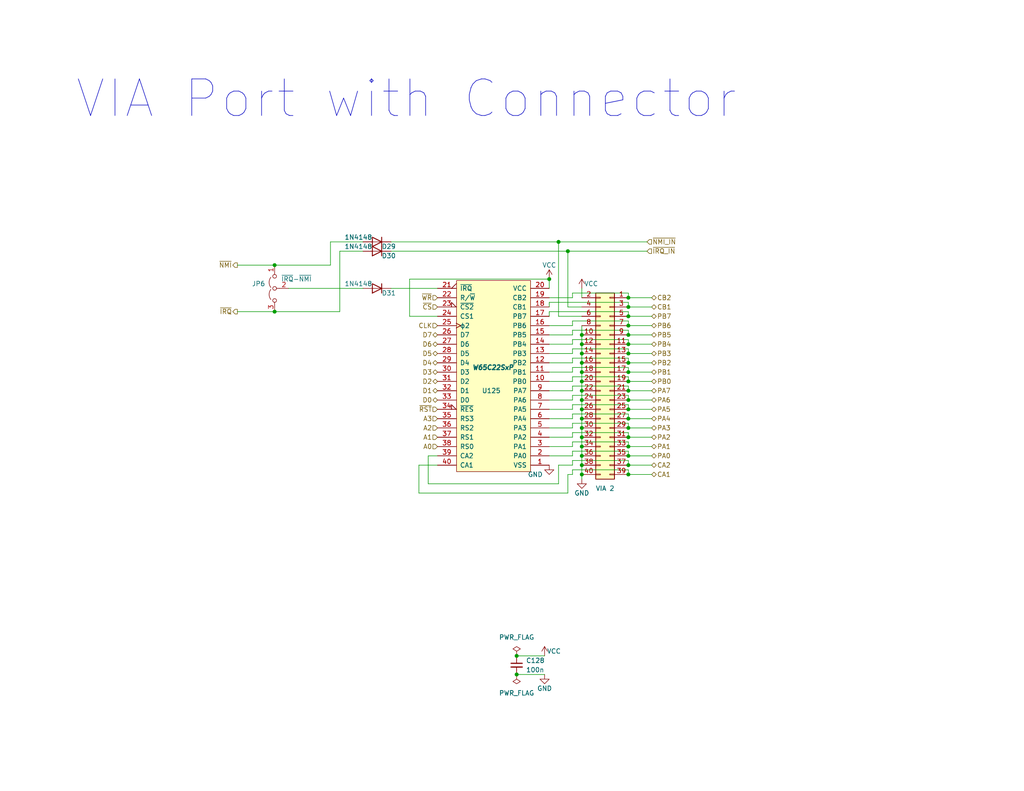
<source format=kicad_sch>
(kicad_sch (version 20230121) (generator eeschema)
  (paper "A")
  (lib_symbols
    (symbol "Connector_Generic:Conn_02x20_Odd_Even" (pin_names (offset 1.016) hide)
      (property "Reference" "J" (at 1.27 25.4 0))
      (property "Value" "Conn_02x20_Odd_Even" (at 1.27 -27.94 0))
      (symbol "Conn_02x20_Odd_Even_1_1"
        (rectangle (start -1.27 -25.273) (end 0 -25.527) (stroke (width 0.1524)))
        (rectangle (start -1.27 -22.733) (end 0 -22.987) (stroke (width 0.1524)))
        (rectangle (start -1.27 -20.193) (end 0 -20.447) (stroke (width 0.1524)))
        (rectangle (start -1.27 -17.653) (end 0 -17.907) (stroke (width 0.1524)))
        (rectangle (start -1.27 -15.113) (end 0 -15.367) (stroke (width 0.1524)))
        (rectangle (start -1.27 -12.573) (end 0 -12.827) (stroke (width 0.1524)))
        (rectangle (start -1.27 -10.033) (end 0 -10.287) (stroke (width 0.1524)))
        (rectangle (start -1.27 -7.493) (end 0 -7.747) (stroke (width 0.1524)))
        (rectangle (start -1.27 -4.953) (end 0 -5.207) (stroke (width 0.1524)))
        (rectangle (start -1.27 -2.413) (end 0 -2.667) (stroke (width 0.1524)))
        (rectangle (start -1.27 0.127) (end 0 -0.127) (stroke (width 0.1524)))
        (rectangle (start -1.27 2.667) (end 0 2.413) (stroke (width 0.1524)))
        (rectangle (start -1.27 5.207) (end 0 4.953) (stroke (width 0.1524)))
        (rectangle (start -1.27 7.747) (end 0 7.493) (stroke (width 0.1524)))
        (rectangle (start -1.27 10.287) (end 0 10.033) (stroke (width 0.1524)))
        (rectangle (start -1.27 12.827) (end 0 12.573) (stroke (width 0.1524)))
        (rectangle (start -1.27 15.367) (end 0 15.113) (stroke (width 0.1524)))
        (rectangle (start -1.27 17.907) (end 0 17.653) (stroke (width 0.1524)))
        (rectangle (start -1.27 20.447) (end 0 20.193) (stroke (width 0.1524)))
        (rectangle (start -1.27 22.987) (end 0 22.733) (stroke (width 0.1524)))
        (rectangle (start -1.27 24.13) (end 3.81 -26.67) (stroke (width 0.254)) (fill (type background)))
        (rectangle (start 3.81 -25.273) (end 2.54 -25.527) (stroke (width 0.1524)))
        (rectangle (start 3.81 -22.733) (end 2.54 -22.987) (stroke (width 0.1524)))
        (rectangle (start 3.81 -20.193) (end 2.54 -20.447) (stroke (width 0.1524)))
        (rectangle (start 3.81 -17.653) (end 2.54 -17.907) (stroke (width 0.1524)))
        (rectangle (start 3.81 -15.113) (end 2.54 -15.367) (stroke (width 0.1524)))
        (rectangle (start 3.81 -12.573) (end 2.54 -12.827) (stroke (width 0.1524)))
        (rectangle (start 3.81 -10.033) (end 2.54 -10.287) (stroke (width 0.1524)))
        (rectangle (start 3.81 -7.493) (end 2.54 -7.747) (stroke (width 0.1524)))
        (rectangle (start 3.81 -4.953) (end 2.54 -5.207) (stroke (width 0.1524)))
        (rectangle (start 3.81 -2.413) (end 2.54 -2.667) (stroke (width 0.1524)))
        (rectangle (start 3.81 0.127) (end 2.54 -0.127) (stroke (width 0.1524)))
        (rectangle (start 3.81 2.667) (end 2.54 2.413) (stroke (width 0.1524)))
        (rectangle (start 3.81 5.207) (end 2.54 4.953) (stroke (width 0.1524)))
        (rectangle (start 3.81 7.747) (end 2.54 7.493) (stroke (width 0.1524)))
        (rectangle (start 3.81 10.287) (end 2.54 10.033) (stroke (width 0.1524)))
        (rectangle (start 3.81 12.827) (end 2.54 12.573) (stroke (width 0.1524)))
        (rectangle (start 3.81 15.367) (end 2.54 15.113) (stroke (width 0.1524)))
        (rectangle (start 3.81 17.907) (end 2.54 17.653) (stroke (width 0.1524)))
        (rectangle (start 3.81 20.447) (end 2.54 20.193) (stroke (width 0.1524)))
        (rectangle (start 3.81 22.987) (end 2.54 22.733) (stroke (width 0.1524)))
        (pin passive line (at -5.08 22.86 0) (length 3.81) (name "Pin_1") (number "1"))
        (pin passive line (at 7.62 12.7 180) (length 3.81) (name "Pin_10") (number "10"))
        (pin passive line (at -5.08 10.16 0) (length 3.81) (name "Pin_11") (number "11"))
        (pin passive line (at 7.62 10.16 180) (length 3.81) (name "Pin_12") (number "12"))
        (pin passive line (at -5.08 7.62 0) (length 3.81) (name "Pin_13") (number "13"))
        (pin passive line (at 7.62 7.62 180) (length 3.81) (name "Pin_14") (number "14"))
        (pin passive line (at -5.08 5.08 0) (length 3.81) (name "Pin_15") (number "15"))
        (pin passive line (at 7.62 5.08 180) (length 3.81) (name "Pin_16") (number "16"))
        (pin passive line (at -5.08 2.54 0) (length 3.81) (name "Pin_17") (number "17"))
        (pin passive line (at 7.62 2.54 180) (length 3.81) (name "Pin_18") (number "18"))
        (pin passive line (at -5.08 0 0) (length 3.81) (name "Pin_19") (number "19"))
        (pin passive line (at 7.62 22.86 180) (length 3.81) (name "Pin_2") (number "2"))
        (pin passive line (at 7.62 0 180) (length 3.81) (name "Pin_20") (number "20"))
        (pin passive line (at -5.08 -2.54 0) (length 3.81) (name "Pin_21") (number "21"))
        (pin passive line (at 7.62 -2.54 180) (length 3.81) (name "Pin_22") (number "22"))
        (pin passive line (at -5.08 -5.08 0) (length 3.81) (name "Pin_23") (number "23"))
        (pin passive line (at 7.62 -5.08 180) (length 3.81) (name "Pin_24") (number "24"))
        (pin passive line (at -5.08 -7.62 0) (length 3.81) (name "Pin_25") (number "25"))
        (pin passive line (at 7.62 -7.62 180) (length 3.81) (name "Pin_26") (number "26"))
        (pin passive line (at -5.08 -10.16 0) (length 3.81) (name "Pin_27") (number "27"))
        (pin passive line (at 7.62 -10.16 180) (length 3.81) (name "Pin_28") (number "28"))
        (pin passive line (at -5.08 -12.7 0) (length 3.81) (name "Pin_29") (number "29"))
        (pin passive line (at -5.08 20.32 0) (length 3.81) (name "Pin_3") (number "3"))
        (pin passive line (at 7.62 -12.7 180) (length 3.81) (name "Pin_30") (number "30"))
        (pin passive line (at -5.08 -15.24 0) (length 3.81) (name "Pin_31") (number "31"))
        (pin passive line (at 7.62 -15.24 180) (length 3.81) (name "Pin_32") (number "32"))
        (pin passive line (at -5.08 -17.78 0) (length 3.81) (name "Pin_33") (number "33"))
        (pin passive line (at 7.62 -17.78 180) (length 3.81) (name "Pin_34") (number "34"))
        (pin passive line (at -5.08 -20.32 0) (length 3.81) (name "Pin_35") (number "35"))
        (pin passive line (at 7.62 -20.32 180) (length 3.81) (name "Pin_36") (number "36"))
        (pin passive line (at -5.08 -22.86 0) (length 3.81) (name "Pin_37") (number "37"))
        (pin passive line (at 7.62 -22.86 180) (length 3.81) (name "Pin_38") (number "38"))
        (pin passive line (at -5.08 -25.4 0) (length 3.81) (name "Pin_39") (number "39"))
        (pin passive line (at 7.62 20.32 180) (length 3.81) (name "Pin_4") (number "4"))
        (pin passive line (at 7.62 -25.4 180) (length 3.81) (name "Pin_40") (number "40"))
        (pin passive line (at -5.08 17.78 0) (length 3.81) (name "Pin_5") (number "5"))
        (pin passive line (at 7.62 17.78 180) (length 3.81) (name "Pin_6") (number "6"))
        (pin passive line (at -5.08 15.24 0) (length 3.81) (name "Pin_7") (number "7"))
        (pin passive line (at 7.62 15.24 180) (length 3.81) (name "Pin_8") (number "8"))
        (pin passive line (at -5.08 12.7 0) (length 3.81) (name "Pin_9") (number "9"))
      )
    )
    (symbol "Device:C_Small" (pin_numbers hide) (pin_names (offset 0.254) hide)
      (property "Reference" "C" (at 0.254 1.778 0))
      (property "Value" "C_Small" (at 0.254 -2.032 0))
      (symbol "C_Small_0_1"
        (polyline (pts (xy -1.524 -0.508) (xy 1.524 -0.508)) (stroke (width 0.3302)))
        (polyline (pts (xy -1.524 0.508) (xy 1.524 0.508)) (stroke (width 0.3048)))
      )
      (symbol "C_Small_1_1"
        (pin passive line (at 0 2.54 270) (length 2.032) (name "~") (number "1"))
        (pin passive line (at 0 -2.54 90) (length 2.032) (name "~") (number "2"))
      )
    )
    (symbol "Diode:1N4148" (pin_numbers hide) (pin_names hide)
      (property "Reference" "D" (at 0 2.54 0))
      (property "Value" "1N4148" (at 0 -2.54 0))
      (symbol "1N4148_0_1"
        (polyline (pts (xy -1.27 1.27) (xy -1.27 -1.27)) (stroke (width 0.254)))
        (polyline (pts (xy 1.27 0) (xy -1.27 0)))
        (polyline (pts (xy 1.27 1.27) (xy 1.27 -1.27) (xy -1.27 0) (xy 1.27 1.27)) (stroke (width 0.254)))
      )
      (symbol "1N4148_1_1"
        (pin passive line (at -3.81 0 0) (length 2.54) (name "K") (number "1"))
        (pin passive line (at 3.81 0 180) (length 2.54) (name "A") (number "2"))
      )
    )
    (symbol "GND_2" (power) (pin_names (offset 0))
      (property "Value" "GND_2" (at 0 -3.81 0))
      (symbol "GND_2_0_1"
        (polyline (pts (xy 0 0) (xy 0 -1.27) (xy 1.27 -1.27) (xy 0 -2.54) (xy -1.27 -1.27) (xy 0 -1.27)))
      )
      (symbol "GND_2_1_1"
        (pin power_in line (at 0 0 270) (length 0) hide (name "GND") (number "1"))
      )
    )
    (symbol "Jumper:Jumper_3_Open" (pin_names (offset 0) hide)
      (property "Reference" "JP" (at -2.54 -2.54 0))
      (property "Value" "Jumper_3_Open" (at 0 2.794 0))
      (symbol "Jumper_3_Open_0_0"
        (circle (center -3.302 0) (radius 0.508))
        (circle (center 0 0) (radius 0.508))
        (circle (center 3.302 0) (radius 0.508))
      )
      (symbol "Jumper_3_Open_0_1"
        (arc (start -0.254 1.016) (mid -1.651 1.4992) (end -3.048 1.016))
        (polyline (pts (xy 0 -0.508) (xy 0 -1.27)))
        (arc (start 3.048 1.016) (mid 1.651 1.4992) (end 0.254 1.016))
      )
      (symbol "Jumper_3_Open_1_1"
        (pin passive line (at -6.35 0 0) (length 2.54) (name "A") (number "1"))
        (pin passive line (at 0 -3.81 90) (length 2.54) (name "C") (number "2"))
        (pin passive line (at 6.35 0 180) (length 2.54) (name "B") (number "3"))
      )
    )
    (symbol "Vega816:W65C22SxP" (pin_names (offset 1.016))
      (property "Reference" "U?" (at -2.0194 5.08 0))
      (property "Value" "W65C22SxP" (at 0 -1.27 0))
      (symbol "W65C22SxP_0_1"
        (rectangle (start -10.16 27.178) (end 10.033 -25.019) (fill (type background)))
      )
      (symbol "W65C22SxP_1_1"
        (pin power_in line (at -15.24 25.4 0) (length 5.08) (name "VSS") (number "1"))
        (pin bidirectional line (at -15.24 2.54 0) (length 5.08) (name "PB0") (number "10"))
        (pin bidirectional line (at -15.24 0 0) (length 5.08) (name "PB1") (number "11"))
        (pin bidirectional line (at -15.24 -2.54 0) (length 5.08) (name "PB2") (number "12"))
        (pin bidirectional line (at -15.24 -5.08 0) (length 5.08) (name "PB3") (number "13"))
        (pin bidirectional line (at -15.24 -7.62 0) (length 5.08) (name "PB4") (number "14"))
        (pin bidirectional line (at -15.24 -10.16 0) (length 5.08) (name "PB5") (number "15"))
        (pin bidirectional line (at -15.24 -12.7 0) (length 5.08) (name "PB6") (number "16"))
        (pin bidirectional line (at -15.24 -15.24 0) (length 5.08) (name "PB7") (number "17"))
        (pin input line (at -15.24 -17.78 0) (length 5.08) (name "CB1") (number "18"))
        (pin bidirectional line (at -15.24 -20.32 0) (length 5.08) (name "CB2") (number "19"))
        (pin bidirectional line (at -15.24 22.86 0) (length 5.08) (name "PA0") (number "2"))
        (pin power_in line (at -15.24 -22.86 0) (length 5.08) (name "VCC") (number "20"))
        (pin output output_low (at 15.24 -22.86 180) (length 5.08) (name "~{IRQ}") (number "21"))
        (pin input line (at 15.24 -20.32 180) (length 5.08) (name "R/~{W}") (number "22"))
        (pin input input_low (at 15.24 -17.78 180) (length 5.08) (name "~{CS2}") (number "23"))
        (pin input line (at 15.24 -15.24 180) (length 5.08) (name "CS1") (number "24"))
        (pin input clock (at 15.24 -12.7 180) (length 5.08) (name "ϕ2") (number "25"))
        (pin bidirectional line (at 15.24 -10.16 180) (length 5.08) (name "D7") (number "26"))
        (pin bidirectional line (at 15.24 -7.62 180) (length 5.08) (name "D6") (number "27"))
        (pin bidirectional line (at 15.24 -5.08 180) (length 5.08) (name "D5") (number "28"))
        (pin bidirectional line (at 15.24 -2.54 180) (length 5.08) (name "D4") (number "29"))
        (pin bidirectional line (at -15.24 20.32 0) (length 5.08) (name "PA1") (number "3"))
        (pin bidirectional line (at 15.24 0 180) (length 5.08) (name "D3") (number "30"))
        (pin bidirectional line (at 15.24 2.54 180) (length 5.08) (name "D2") (number "31"))
        (pin bidirectional line (at 15.24 5.08 180) (length 5.08) (name "D1") (number "32"))
        (pin bidirectional line (at 15.24 7.62 180) (length 5.08) (name "D0") (number "33"))
        (pin input input_low (at 15.24 10.16 180) (length 5.08) (name "~{RES}") (number "34"))
        (pin input line (at 15.24 12.7 180) (length 5.08) (name "RS3") (number "35"))
        (pin input line (at 15.24 15.24 180) (length 5.08) (name "RS2") (number "36"))
        (pin input line (at 15.24 17.78 180) (length 5.08) (name "RS1") (number "37"))
        (pin input line (at 15.24 20.32 180) (length 5.08) (name "RS0") (number "38"))
        (pin bidirectional line (at 15.24 22.86 180) (length 5.08) (name "CA2") (number "39"))
        (pin bidirectional line (at -15.24 17.78 0) (length 5.08) (name "PA2") (number "4"))
        (pin input line (at 15.24 25.4 180) (length 5.08) (name "CA1") (number "40"))
        (pin bidirectional line (at -15.24 15.24 0) (length 5.08) (name "PA3") (number "5"))
        (pin bidirectional line (at -15.24 12.7 0) (length 5.08) (name "PA4") (number "6"))
        (pin bidirectional line (at -15.24 10.16 0) (length 5.08) (name "PA5") (number "7"))
        (pin bidirectional line (at -15.24 7.62 0) (length 5.08) (name "PA6") (number "8"))
        (pin bidirectional line (at -15.24 5.08 0) (length 5.08) (name "PA7") (number "9"))
      )
    )
    (symbol "power:PWR_FLAG" (power) (pin_numbers hide) (pin_names (offset 0) hide)
      (property "Value" "PWR_FLAG" (at 0 3.81 0))
      (symbol "PWR_FLAG_0_0"
        (pin power_out line (at 0 0 90) (length 0) (name "pwr") (number "1"))
      )
      (symbol "PWR_FLAG_0_1"
        (polyline (pts (xy 0 0) (xy 0 1.27) (xy -1.016 1.905) (xy 0 2.54) (xy 1.016 1.905) (xy 0 1.27)))
      )
    )
    (symbol "power:VCC" (power) (pin_names (offset 0))
      (property "Value" "VCC" (at 0 3.81 0))
      (symbol "VCC_0_1"
        (polyline (pts (xy -0.762 1.27) (xy 0 2.54)))
        (polyline (pts (xy 0 0) (xy 0 2.54)))
        (polyline (pts (xy 0 2.54) (xy 0.762 1.27)))
      )
      (symbol "VCC_1_1"
        (pin power_in line (at 0 0 90) (length 0) hide (name "VCC") (number "1"))
      )
    )
  )
  (junction (at 171.45 124.46))
  (junction (at 171.45 116.84))
  (junction (at 158.75 99.06))
  (junction (at 74.93 72.39))
  (junction (at 171.45 88.9))
  (junction (at 171.45 91.44))
  (junction (at 158.75 93.98))
  (junction (at 158.75 114.3))
  (junction (at 158.75 124.46))
  (junction (at 74.93 85.09))
  (junction (at 154.94 68.58))
  (junction (at 158.75 109.22))
  (junction (at 158.75 104.14))
  (junction (at 171.45 129.54))
  (junction (at 140.97 179.07))
  (junction (at 171.45 109.22))
  (junction (at 158.75 96.52))
  (junction (at 171.45 93.98))
  (junction (at 171.45 127))
  (junction (at 140.97 184.15))
  (junction (at 152.4 66.04))
  (junction (at 171.45 96.52))
  (junction (at 158.75 106.68))
  (junction (at 171.45 106.68))
  (junction (at 171.45 104.14))
  (junction (at 171.45 83.82))
  (junction (at 158.75 111.76))
  (junction (at 158.75 116.84))
  (junction (at 171.45 81.28))
  (junction (at 149.86 76.2))
  (junction (at 171.45 114.3))
  (junction (at 158.75 119.38))
  (junction (at 158.75 121.92))
  (junction (at 158.75 101.6))
  (junction (at 171.45 111.76))
  (junction (at 158.75 127))
  (junction (at 171.45 99.06))
  (junction (at 158.75 129.54))
  (junction (at 171.45 119.38))
  (junction (at 171.45 101.6))
  (junction (at 171.45 121.92))
  (junction (at 171.45 86.36))
  (junction (at 158.75 91.44))
  (wire (pts (xy 171.45 109.22) (xy 177.8 109.22)))
  (wire (pts (xy 156.21 116.84) (xy 156.21 115.57)))
  (wire (pts (xy 156.21 92.71) (xy 171.45 92.71)))
  (wire (pts (xy 171.45 81.28) (xy 177.8 81.28)))
  (wire (pts (xy 111.76 86.36) (xy 111.76 76.2)))
  (wire (pts (xy 158.75 104.14) (xy 158.75 106.68)))
  (wire (pts (xy 92.71 68.58) (xy 99.06 68.58)))
  (wire (pts (xy 74.93 85.09) (xy 92.71 85.09)))
  (wire (pts (xy 158.75 86.36) (xy 152.4 86.36)))
  (wire (pts (xy 158.75 83.82) (xy 154.94 83.82)))
  (wire (pts (xy 154.94 68.58) (xy 154.94 83.82)))
  (wire (pts (xy 156.21 96.52) (xy 156.21 95.25)))
  (wire (pts (xy 152.4 127) (xy 156.21 127)))
  (wire (pts (xy 171.45 101.6) (xy 177.8 101.6)))
  (wire (pts (xy 171.45 110.49) (xy 171.45 111.76)))
  (wire (pts (xy 156.21 111.76) (xy 149.86 111.76)))
  (wire (pts (xy 158.75 129.54) (xy 158.75 130.81)))
  (wire (pts (xy 171.45 92.71) (xy 171.45 93.98)))
  (wire (pts (xy 154.94 129.54) (xy 156.21 129.54)))
  (wire (pts (xy 171.45 111.76) (xy 177.8 111.76)))
  (wire (pts (xy 156.21 120.65) (xy 171.45 120.65)))
  (wire (pts (xy 156.21 106.68) (xy 149.86 106.68)))
  (wire (pts (xy 171.45 88.9) (xy 177.8 88.9)))
  (wire (pts (xy 156.21 91.44) (xy 156.21 90.17)))
  (wire (pts (xy 156.21 101.6) (xy 149.86 101.6)))
  (wire (pts (xy 158.75 88.9) (xy 158.75 91.44)))
  (wire (pts (xy 156.21 114.3) (xy 156.21 113.03)))
  (wire (pts (xy 149.86 86.36) (xy 149.86 85.09)))
  (wire (pts (xy 156.21 95.25) (xy 171.45 95.25)))
  (wire (pts (xy 171.45 100.33) (xy 171.45 101.6)))
  (wire (pts (xy 149.86 83.82) (xy 149.86 82.55)))
  (wire (pts (xy 158.75 96.52) (xy 158.75 99.06)))
  (wire (pts (xy 171.45 80.01) (xy 171.45 81.28)))
  (wire (pts (xy 154.94 129.54) (xy 154.94 134.62)))
  (wire (pts (xy 156.21 97.79) (xy 171.45 97.79)))
  (wire (pts (xy 111.76 86.36) (xy 119.38 86.36)))
  (wire (pts (xy 156.21 101.6) (xy 156.21 100.33)))
  (wire (pts (xy 171.45 82.55) (xy 171.45 83.82)))
  (wire (pts (xy 171.45 95.25) (xy 171.45 96.52)))
  (wire (pts (xy 158.75 99.06) (xy 158.75 101.6)))
  (wire (pts (xy 156.21 114.3) (xy 149.86 114.3)))
  (wire (pts (xy 171.45 85.09) (xy 171.45 86.36)))
  (wire (pts (xy 119.3799 106.6668) (xy 119.38 106.68)))
  (wire (pts (xy 158.75 124.46) (xy 158.75 127)))
  (wire (pts (xy 106.68 66.04) (xy 152.4 66.04)))
  (wire (pts (xy 158.75 93.98) (xy 158.75 96.52)))
  (wire (pts (xy 152.4 132.08) (xy 152.4 127)))
  (wire (pts (xy 171.45 128.27) (xy 171.45 129.54)))
  (wire (pts (xy 114.3 134.62) (xy 154.94 134.62)))
  (wire (pts (xy 156.21 91.44) (xy 149.86 91.44)))
  (wire (pts (xy 171.45 107.95) (xy 171.45 109.22)))
  (wire (pts (xy 171.45 125.73) (xy 171.45 127)))
  (wire (pts (xy 92.71 85.09) (xy 92.71 68.58)))
  (wire (pts (xy 171.45 105.41) (xy 171.45 106.68)))
  (wire (pts (xy 171.45 114.3) (xy 177.8 114.3)))
  (wire (pts (xy 171.45 121.92) (xy 177.8 121.92)))
  (wire (pts (xy 171.45 127) (xy 177.8 127)))
  (wire (pts (xy 64.77 85.09) (xy 74.93 85.09)))
  (wire (pts (xy 114.3 127) (xy 119.38 127)))
  (wire (pts (xy 171.45 87.63) (xy 171.45 88.9)))
  (wire (pts (xy 158.75 91.44) (xy 158.75 93.98)))
  (wire (pts (xy 106.68 68.58) (xy 154.94 68.58)))
  (wire (pts (xy 171.45 96.52) (xy 177.8 96.52)))
  (wire (pts (xy 171.45 115.57) (xy 171.45 116.84)))
  (wire (pts (xy 171.45 123.19) (xy 171.45 124.46)))
  (wire (pts (xy 156.21 127) (xy 156.21 125.73)))
  (wire (pts (xy 171.45 116.84) (xy 177.8 116.84)))
  (wire (pts (xy 140.97 179.07) (xy 148.59 179.07)))
  (wire (pts (xy 156.21 80.01) (xy 171.45 80.01)))
  (wire (pts (xy 171.45 90.17) (xy 171.45 91.44)))
  (wire (pts (xy 90.17 66.04) (xy 99.06 66.04)))
  (wire (pts (xy 149.86 85.09) (xy 171.45 85.09)))
  (wire (pts (xy 116.84 124.46) (xy 119.38 124.46)))
  (wire (pts (xy 156.21 121.92) (xy 156.21 120.65)))
  (wire (pts (xy 116.84 124.46) (xy 116.84 132.08)))
  (wire (pts (xy 116.84 132.08) (xy 152.4 132.08)))
  (wire (pts (xy 149.86 82.55) (xy 171.45 82.55)))
  (wire (pts (xy 156.21 129.54) (xy 156.21 128.27)))
  (wire (pts (xy 156.21 116.84) (xy 149.86 116.84)))
  (wire (pts (xy 156.21 104.14) (xy 149.86 104.14)))
  (wire (pts (xy 171.45 104.14) (xy 177.8 104.14)))
  (wire (pts (xy 156.21 81.28) (xy 156.21 80.01)))
  (wire (pts (xy 152.4 66.04) (xy 176.53 66.04)))
  (wire (pts (xy 90.17 72.39) (xy 90.17 66.04)))
  (wire (pts (xy 156.21 119.38) (xy 149.86 119.38)))
  (wire (pts (xy 158.75 121.92) (xy 158.75 124.46)))
  (wire (pts (xy 171.45 124.46) (xy 177.8 124.46)))
  (wire (pts (xy 156.21 119.38) (xy 156.21 118.11)))
  (wire (pts (xy 156.21 123.19) (xy 171.45 123.19)))
  (wire (pts (xy 156.21 81.28) (xy 149.86 81.28)))
  (wire (pts (xy 156.21 100.33) (xy 171.45 100.33)))
  (wire (pts (xy 152.4 66.04) (xy 152.4 86.36)))
  (wire (pts (xy 74.93 72.39) (xy 90.17 72.39)))
  (wire (pts (xy 156.21 121.92) (xy 149.86 121.92)))
  (wire (pts (xy 171.45 119.38) (xy 177.8 119.38)))
  (wire (pts (xy 171.45 113.03) (xy 171.45 114.3)))
  (wire (pts (xy 156.21 93.98) (xy 149.86 93.98)))
  (wire (pts (xy 158.75 116.84) (xy 158.75 119.38)))
  (wire (pts (xy 156.21 88.9) (xy 149.86 88.9)))
  (wire (pts (xy 154.94 68.58) (xy 176.53 68.58)))
  (wire (pts (xy 158.75 78.74) (xy 158.75 81.28)))
  (wire (pts (xy 156.21 124.46) (xy 156.21 123.19)))
  (wire (pts (xy 158.75 109.22) (xy 158.75 111.76)))
  (wire (pts (xy 158.75 111.76) (xy 158.75 114.3)))
  (wire (pts (xy 158.75 127) (xy 158.75 129.54)))
  (wire (pts (xy 156.21 105.41) (xy 171.45 105.41)))
  (wire (pts (xy 156.21 104.14) (xy 156.21 102.87)))
  (wire (pts (xy 171.45 97.79) (xy 171.45 99.06)))
  (wire (pts (xy 156.21 128.27) (xy 171.45 128.27)))
  (wire (pts (xy 156.21 109.22) (xy 156.21 107.95)))
  (wire (pts (xy 171.45 83.82) (xy 177.8 83.82)))
  (wire (pts (xy 156.21 115.57) (xy 171.45 115.57)))
  (wire (pts (xy 171.45 102.87) (xy 171.45 104.14)))
  (wire (pts (xy 149.86 76.2) (xy 149.86 78.74)))
  (wire (pts (xy 156.21 106.68) (xy 156.21 105.41)))
  (wire (pts (xy 156.21 113.03) (xy 171.45 113.03)))
  (wire (pts (xy 158.75 106.68) (xy 158.75 109.22)))
  (wire (pts (xy 156.21 99.06) (xy 149.86 99.06)))
  (wire (pts (xy 106.68 78.74) (xy 119.38 78.74)))
  (wire (pts (xy 156.21 90.17) (xy 171.45 90.17)))
  (wire (pts (xy 158.75 114.3) (xy 158.75 116.84)))
  (wire (pts (xy 156.21 109.22) (xy 149.86 109.22)))
  (wire (pts (xy 171.45 106.68) (xy 177.8 106.68)))
  (wire (pts (xy 171.45 129.54) (xy 177.8 129.54)))
  (wire (pts (xy 158.75 119.38) (xy 158.75 121.92)))
  (wire (pts (xy 156.21 87.63) (xy 171.45 87.63)))
  (wire (pts (xy 156.21 111.76) (xy 156.21 110.49)))
  (wire (pts (xy 171.45 118.11) (xy 171.45 119.38)))
  (wire (pts (xy 171.45 86.36) (xy 177.8 86.36)))
  (wire (pts (xy 114.3 134.62) (xy 114.3 127)))
  (wire (pts (xy 171.45 93.98) (xy 177.8 93.98)))
  (wire (pts (xy 140.97 184.15) (xy 148.59 184.15)))
  (wire (pts (xy 64.77 72.39) (xy 74.93 72.39)))
  (wire (pts (xy 156.21 118.11) (xy 171.45 118.11)))
  (wire (pts (xy 158.75 101.6) (xy 158.75 104.14)))
  (wire (pts (xy 171.45 99.06) (xy 177.8 99.06)))
  (wire (pts (xy 171.45 120.65) (xy 171.45 121.92)))
  (wire (pts (xy 156.21 102.87) (xy 171.45 102.87)))
  (wire (pts (xy 78.74 78.74) (xy 99.06 78.74)))
  (wire (pts (xy 156.21 124.46) (xy 149.86 124.46)))
  (wire (pts (xy 111.76 76.2) (xy 149.86 76.2)))
  (wire (pts (xy 156.21 99.06) (xy 156.21 97.79)))
  (wire (pts (xy 156.21 125.73) (xy 171.45 125.73)))
  (wire (pts (xy 171.45 91.44) (xy 177.8 91.44)))
  (wire (pts (xy 156.21 96.52) (xy 149.86 96.52)))
  (wire (pts (xy 156.21 110.49) (xy 171.45 110.49)))
  (wire (pts (xy 156.21 88.9) (xy 156.21 87.63)))
  (wire (pts (xy 156.21 93.98) (xy 156.21 92.71)))
  (wire (pts (xy 156.21 107.95) (xy 171.45 107.95)))
  (text "VIA Port with Connector" (at 20.32 33.02 0) (effects (font (size 10 10)) (justify left bottom)))
  (hierarchical_label "PB1" (shape tri_state) (at 177.8 101.6 0))
  (hierarchical_label "D7" (shape tri_state) (at 119.38 91.44 180))
  (hierarchical_label "CB1" (shape tri_state) (at 177.8 83.82 0))
  (hierarchical_label "A2" (shape input) (at 119.38 116.84 180))
  (hierarchical_label "PA3" (shape tri_state) (at 177.8 116.84 0))
  (hierarchical_label "~{NMI_IN}" (shape input) (at 176.53 66.04 0))
  (hierarchical_label "PB5" (shape tri_state) (at 177.8 91.44 0))
  (hierarchical_label "D6" (shape tri_state) (at 119.38 93.98 180))
  (hierarchical_label "PA5" (shape tri_state) (at 177.8 111.76 0))
  (hierarchical_label "A0" (shape input) (at 119.38 121.92 180))
  (hierarchical_label "D1" (shape tri_state) (at 119.3799 106.6668 180))
  (hierarchical_label "~{NMI}" (shape output) (at 64.77 72.39 180))
  (hierarchical_label "PA6" (shape tri_state) (at 177.8 109.22 0))
  (hierarchical_label "PA0" (shape tri_state) (at 177.8 124.46 0))
  (hierarchical_label "PB2" (shape tri_state) (at 177.8 99.06 0))
  (hierarchical_label "D4" (shape tri_state) (at 119.38 99.06 180))
  (hierarchical_label "A1" (shape input) (at 119.38 119.38 180))
  (hierarchical_label "D2" (shape tri_state) (at 119.38 104.14 180))
  (hierarchical_label "CLK" (shape input) (at 119.38 88.9 180))
  (hierarchical_label "PB3" (shape tri_state) (at 177.8 96.52 0))
  (hierarchical_label "PB4" (shape tri_state) (at 177.8 93.98 0))
  (hierarchical_label "CA2" (shape tri_state) (at 177.8 127 0))
  (hierarchical_label "~{IRQ}" (shape output) (at 64.77 85.09 180))
  (hierarchical_label "~{RST}" (shape input) (at 119.38 111.76 180))
  (hierarchical_label "PB7" (shape tri_state) (at 177.8 86.36 0))
  (hierarchical_label "PA2" (shape tri_state) (at 177.8 119.38 0))
  (hierarchical_label "CA1" (shape tri_state) (at 177.8 129.54 0))
  (hierarchical_label "PA1" (shape tri_state) (at 177.8 121.92 0))
  (hierarchical_label "PA7" (shape tri_state) (at 177.8 106.68 0))
  (hierarchical_label "PB6" (shape tri_state) (at 177.8 88.9 0))
  (hierarchical_label "PB0" (shape tri_state) (at 177.8 104.14 0))
  (hierarchical_label "A3" (shape input) (at 119.38 114.3 180))
  (hierarchical_label "PA4" (shape tri_state) (at 177.8 114.3 0))
  (hierarchical_label "~{WR}" (shape input) (at 119.38 81.28 180))
  (hierarchical_label "D5" (shape tri_state) (at 119.38 96.52 180))
  (hierarchical_label "D0" (shape tri_state) (at 119.38 109.22 180))
  (hierarchical_label "CB2" (shape tri_state) (at 177.8 81.28 0))
  (hierarchical_label "~{CS}" (shape input) (at 119.38 83.82 180))
  (hierarchical_label "~{IRQ_IN}" (shape input) (at 176.53 68.58 0))
  (hierarchical_label "D3" (shape tri_state) (at 119.38 101.6 180))
  (symbol (lib_id "Diode:1N4148") (at 102.87 78.74 180) (unit 1)
    (property "Reference" "D31" (at 104.14 80.01 0) (effects (justify right)))
    (property "Value" "1N4148" (at 93.98 77.47 0) (effects (justify right)))
    (property "Footprint" "Diode_THT:D_DO-35_SOD27_P7.62mm_Horizontal" (effects hide))
    (property "Datasheet" "https://assets.nexperia.com/documents/data-sheet/1N4148_1N4448.pdf" (effects hide))
    (property "Sim.Device" "D" (effects hide))
    (property "Sim.Pins" "1=K 2=A" (effects hide))
    (instances (project "Vega816" (path "" (reference "D31") (unit 1)) (path "" (reference "D8") (unit 1)) (path "" (reference "D6") (unit 1)) (path "" (reference "D5") (unit 1)) (path "" (reference "D8") (unit 1)) (path "" (reference "D5") (unit 1)) (path "" (reference "D13") (unit 1)) (path "" (reference "D18") (unit 1)) (path "" (reference "D9") (unit 1)) (path "" (reference "D23") (unit 1)) (path "" (reference "D26") (unit 1)) (path "" (reference "D35") (unit 1)) (path "" (reference "D34") (unit 1)) (path "" (reference "D22") (unit 1))) (project "IOBus" (path "" (reference "D5") (unit 1))) (project "System Devices" (path "" (reference "D4") (unit 1))))
  )
  (symbol (lib_id "Diode:1N4148") (at 102.87 66.04 180) (unit 1)
    (property "Reference" "D29" (at 104.14 67.31 0) (effects (justify right)))
    (property "Value" "1N4148" (at 93.98 64.77 0) (effects (justify right)))
    (property "Footprint" "Diode_THT:D_DO-35_SOD27_P7.62mm_Horizontal" (effects hide))
    (property "Datasheet" "https://assets.nexperia.com/documents/data-sheet/1N4148_1N4448.pdf" (effects hide))
    (property "Sim.Device" "D" (effects hide))
    (property "Sim.Pins" "1=K 2=A" (effects hide))
    (instances (project "Vega816" (path "" (reference "D29") (unit 1)) (path "" (reference "D20") (unit 1)) (path "" (reference "D6") (unit 1)) (path "" (reference "D17") (unit 1)) (path "" (reference "D20") (unit 1)) (path "" (reference "D5") (unit 1)) (path "" (reference "D10") (unit 1)) (path "" (reference "D15") (unit 1)) (path "" (reference "D6") (unit 1)) (path "" (reference "D3") (unit 1)) (path "" (reference "D24") (unit 1)) (path "" (reference "D27") (unit 1)) (path "" (reference "D32") (unit 1)) (path "" (reference "D19") (unit 1))) (project "IOBus" (path "" (reference "D5") (unit 1))) (project "System Devices" (path "" (reference "D4") (unit 1))))
  )
  (symbol (lib_id "power:VCC") (at 149.86 76.2 0) (unit 1)
    (property "Reference" "#PWR0320" (effects hide))
    (property "Value" "VCC" (at 149.86 72.39 0))
    (instances (project "Vega816" (path "" (reference "#PWR0320") (unit 1)) (path "" (reference "#PWR0119") (unit 1)) (path "" (reference "#PWR0326") (unit 1)) (path "" (reference "#PWR0117") (unit 1)) (path "" (reference "#PWR0131") (unit 1)) (path "" (reference "#PWR0268") (unit 1)) (path "" (reference "#PWR0204") (unit 1)) (path "" (reference "#PWR0210") (unit 1)) (path "" (reference "#PWR0119") (unit 1)) (path "" (reference "#PWR0119") (unit 1)) (path "" (reference "#PWR?") (unit 1)) (path "" (reference "#PWR0308") (unit 1)) (path "" (reference "#PWR0314") (unit 1))) (project "IOBus" (path "" (reference "#PWR040") (unit 1)) (path "" (reference "#PWR034") (unit 1)) (path "" (reference "#PWR028") (unit 1))) (project "VIAPort" (path "" (reference "#PWR0119") (unit 1))) (project "System Devices" (path "" (reference "#PWR010") (unit 1)) (path "" (reference "#PWR020") (unit 1)) (path "" (reference "#PWR026") (unit 1)) (path "" (reference "#PWR014") (unit 1)) (path "" (reference "#PWR09") (unit 1))))
  )
  (symbol (lib_name "GND_2") (lib_id "power:GND") (at 158.75 130.81 0) (unit 1)
    (property "Reference" "#PWR0323" (effects hide))
    (property "Value" "GND" (at 158.75 134.62 0))
    (instances (project "Vega816" (path "" (reference "#PWR0323") (unit 1)) (path "" (reference "#PWR0150") (unit 1)) (path "" (reference "#PWR0329") (unit 1)) (path "" (reference "#PWR0126") (unit 1)) (path "" (reference "#PWR0121") (unit 1)) (path "" (reference "#PWR0271") (unit 1)) (path "" (reference "#PWR0207") (unit 1)) (path "" (reference "#PWR0213") (unit 1)) (path "" (reference "#PWR0121") (unit 1)) (path "" (reference "#PWR0121") (unit 1)) (path "" (reference "#PWR?") (unit 1)) (path "" (reference "#PWR0311") (unit 1)) (path "" (reference "#PWR0317") (unit 1))) (project "IOBus" (path "" (reference "#PWR043") (unit 1)) (path "" (reference "#PWR037") (unit 1)) (path "" (reference "#PWR031") (unit 1))) (project "VIAPort" (path "" (reference "#PWR0121") (unit 1))) (project "System Devices" (path "" (reference "#PWR013") (unit 1)) (path "" (reference "#PWR023") (unit 1)) (path "" (reference "#PWR029") (unit 1)) (path "" (reference "#PWR017") (unit 1)) (path "" (reference "#PWR012") (unit 1))))
  )
  (symbol (lib_name "GND_2") (lib_id "power:GND") (at 148.59 184.15 0) (unit 1)
    (property "Reference" "#PWR0319" (effects hide))
    (property "Value" "GND" (at 148.59 187.96 0))
    (instances (project "Vega816" (path "" (reference "#PWR0319") (unit 1)) (path "" (reference "#PWR0112") (unit 1)) (path "" (reference "#PWR0325") (unit 1)) (path "" (reference "#PWR0209") (unit 1)) (path "" (reference "#PWR?") (unit 1)) (path "" (reference "#PWR0128") (unit 1)) (path "" (reference "#PWR0116") (unit 1)) (path "" (reference "#PWR0121") (unit 1)) (path "" (reference "#PWR0115") (unit 1)) (path "" (reference "#PWR0267") (unit 1)) (path "" (reference "#PWR0202") (unit 1)) (path "" (reference "#PWR0307") (unit 1)) (path "" (reference "#PWR0313") (unit 1))) (project "IOBus" (path "" (reference "#PWR043") (unit 1)) (path "" (reference "#PWR037") (unit 1)) (path "" (reference "#PWR031") (unit 1))) (project "VIAPort" (path "" (reference "#PWR0121") (unit 1))) (project "System Devices" (path "" (reference "#PWR013") (unit 1)) (path "" (reference "#PWR023") (unit 1)) (path "" (reference "#PWR029") (unit 1)) (path "" (reference "#PWR017") (unit 1)) (path "" (reference "#PWR012") (unit 1))))
  )
  (symbol (lib_id "Device:C_Small") (at 140.97 181.61 0) (unit 1)
    (property "Reference" "C128" (at 143.51 180.3462 0) (effects (justify left)))
    (property "Value" "100n" (at 143.51 182.8862 0) (effects (justify left)))
    (instances (project "Vega816" (path "" (reference "C128") (unit 1)) (path "" (reference "C127") (unit 1)) (path "" (reference "C129") (unit 1)) (path "" (reference "C72") (unit 1)) (path "" (reference "C34") (unit 1)) (path "" (reference "C59") (unit 1)) (path "" (reference "C40") (unit 1)) (path "" (reference "C60") (unit 1)) (path "" (reference "C34") (unit 1)) (path "" (reference "C58") (unit 1)) (path "" (reference "C34") (unit 1)) (path "" (reference "C34") (unit 1)) (path "" (reference "C126") (unit 1)) (path "" (reference "C61") (unit 1))) (project "IOBus" (path "" (reference "C3") (unit 1)) (path "" (reference "C4") (unit 1)) (path "" (reference "C5") (unit 1))) (project "System Devices" (path "" (reference "C1") (unit 1)) (path "" (reference "C2") (unit 1)) (path "" (reference "C3") (unit 1)) (path "" (reference "C4") (unit 1)) (path "" (reference "C5") (unit 1))))
  )
  (symbol (lib_id "power:PWR_FLAG") (at 140.97 184.15 180) (unit 1)
    (property "Reference" "#FLG038" (effects hide))
    (property "Value" "PWR_FLAG" (at 140.97 189.23 0))
    (instances (project "Vega816" (path "" (reference "#FLG038") (unit 1)) (path "" (reference "#FLG024") (unit 1)) (path "" (reference "#FLG040") (unit 1)) (path "" (reference "#FLG08") (unit 1)) (path "" (reference "#FLG02") (unit 1)) (path "" (reference "#FLG010") (unit 1)) (path "" (reference "#FLG02") (unit 1)) (path "" (reference "#FLG02") (unit 1)) (path "" (reference "#FLG04") (unit 1)) (path "" (reference "#FLG012") (unit 1)) (path "" (reference "#FLG034") (unit 1)) (path "" (reference "#FLG036") (unit 1))) (project "IOBus" (path "" (reference "#FLG06") (unit 1)) (path "" (reference "#FLG08") (unit 1)) (path "" (reference "#FLG010") (unit 1))) (project "System Devices" (path "" (reference "#FLG04") (unit 1)) (path "" (reference "#FLG06") (unit 1)) (path "" (reference "#FLG08") (unit 1)) (path "" (reference "#FLG010") (unit 1)) (path "" (reference "#FLG02") (unit 1))))
  )
  (symbol (lib_id "Diode:1N4148") (at 102.87 68.58 180) (unit 1)
    (property "Reference" "D30" (at 104.14 69.85 0) (effects (justify right)))
    (property "Value" "1N4148" (at 93.98 67.31 0) (effects (justify right)))
    (property "Footprint" "Diode_THT:D_DO-35_SOD27_P7.62mm_Horizontal" (effects hide))
    (property "Datasheet" "https://assets.nexperia.com/documents/data-sheet/1N4148_1N4448.pdf" (effects hide))
    (property "Sim.Device" "D" (effects hide))
    (property "Sim.Pins" "1=K 2=A" (effects hide))
    (instances (project "Vega816" (path "" (reference "D30") (unit 1)) (path "" (reference "D14") (unit 1)) (path "" (reference "D6") (unit 1)) (path "" (reference "D11") (unit 1)) (path "" (reference "D14") (unit 1)) (path "" (reference "D5") (unit 1)) (path "" (reference "D12") (unit 1)) (path "" (reference "D16") (unit 1)) (path "" (reference "D7") (unit 1)) (path "" (reference "D4") (unit 1)) (path "" (reference "D25") (unit 1)) (path "" (reference "D28") (unit 1)) (path "" (reference "D33") (unit 1)) (path "" (reference "D21") (unit 1))) (project "IOBus" (path "" (reference "D5") (unit 1))) (project "System Devices" (path "" (reference "D4") (unit 1))))
  )
  (symbol (lib_id "Jumper:Jumper_3_Open") (at 74.93 78.74 90) (mirror x) (unit 1)
    (property "Reference" "JP6" (at 72.39 77.4699 90) (effects (justify left)))
    (property "Value" "~{IRQ}-~{NMI}" (at 85.09 76.1999 90) (effects (justify left)))
    (instances (project "Vega816" (path "" (reference "JP6") (unit 1)) (path "" (reference "JP7") (unit 1)) (path "" (reference "JP4") (unit 1)) (path "" (reference "JP7") (unit 1)) (path "" (reference "JP5") (unit 1)) (path "" (reference "JP3") (unit 1)) (path "" (reference "JP8") (unit 1)) (path "" (reference "JP9") (unit 1)) (path "" (reference "JP10") (unit 1)) (path "" (reference "JP11") (unit 1)) (path "" (reference "JP14") (unit 1)) (path "" (reference "JP13") (unit 1)) (path "" (reference "JP12") (unit 1))) (project "IOBus" (path "" (reference "JP1") (unit 1))) (project "irq_multiplex" (path "" (reference "JP3") (unit 1))))
  )
  (symbol (lib_id "Vega816:W65C22SxP") (at 134.62 101.6 180) (unit 1)
    (property "Reference" "U125" (at 136.6394 106.68 0) (effects (justify left)))
    (property "Value" "W65C22SxP" (at 134.62 100.33 0) (effects (font bold italic)))
    (property "Footprint" "Package_DIP:DIP-40_W15.24mm_Socket" (effects hide))
    (property "Datasheet" "http://www.westerndesigncenter.com/wdc/documentation/w65c22.pdf" (effects hide))
    (instances (project "Vega816" (path "" (reference "U125") (unit 1)) (path "" (reference "U76") (unit 1)) (path "" (reference "U126") (unit 1)) (path "" (reference "U76") (unit 1)) (path "" (reference "U76") (unit 1)) (path "" (reference "U94") (unit 1)) (path "" (reference "U81") (unit 1)) (path "" (reference "U79") (unit 1)) (path "" (reference "U77") (unit 1)) (path "" (reference "U75") (unit 1)) (path "" (reference "U76") (unit 1)) (path "" (reference "U123") (unit 1)) (path "" (reference "U124") (unit 1))) (project "IOBus" (path "" (reference "U7") (unit 1)) (path "" (reference "U6") (unit 1)) (path "" (reference "U8") (unit 1))) (project "VIAPort" (path "" (reference "U76") (unit 1))) (project "System Devices" (path "" (reference "U5") (unit 1)) (path "" (reference "U4") (unit 1)) (path "" (reference "U1") (unit 1)) (path "" (reference "U3") (unit 1)) (path "" (reference "U5") (unit 1))))
  )
  (symbol (lib_name "GND_2") (lib_id "power:GND") (at 149.86 127 0) (unit 1)
    (property "Reference" "#PWR0321" (effects hide))
    (property "Value" "GND" (at 146.05 129.54 0))
    (instances (project "Vega816" (path "" (reference "#PWR0321") (unit 1)) (path "" (reference "#PWR0120") (unit 1)) (path "" (reference "#PWR0327") (unit 1)) (path "" (reference "#PWR0118") (unit 1)) (path "" (reference "#PWR0134") (unit 1)) (path "" (reference "#PWR0269") (unit 1)) (path "" (reference "#PWR0205") (unit 1)) (path "" (reference "#PWR0211") (unit 1)) (path "" (reference "#PWR0120") (unit 1)) (path "" (reference "#PWR0120") (unit 1)) (path "" (reference "#PWR?") (unit 1)) (path "" (reference "#PWR0309") (unit 1)) (path "" (reference "#PWR0315") (unit 1))) (project "IOBus" (path "" (reference "#PWR041") (unit 1)) (path "" (reference "#PWR035") (unit 1)) (path "" (reference "#PWR029") (unit 1))) (project "VIAPort" (path "" (reference "#PWR0120") (unit 1))) (project "System Devices" (path "" (reference "#PWR011") (unit 1)) (path "" (reference "#PWR021") (unit 1)) (path "" (reference "#PWR027") (unit 1)) (path "" (reference "#PWR015") (unit 1)) (path "" (reference "#PWR010") (unit 1))))
  )
  (symbol (lib_id "power:VCC") (at 148.59 179.07 0) (unit 1)
    (property "Reference" "#PWR0318" (effects hide))
    (property "Value" "VCC" (at 151.13 177.8 0))
    (instances (project "Vega816" (path "" (reference "#PWR0318") (unit 1)) (path "" (reference "#PWR0208") (unit 1)) (path "" (reference "#PWR0324") (unit 1)) (path "" (reference "#PWR0171") (unit 1)) (path "" (reference "#PWR?") (unit 1)) (path "" (reference "#PWR0127") (unit 1)) (path "" (reference "#PWR0148") (unit 1)) (path "" (reference "#PWR0113") (unit 1)) (path "" (reference "#PWR0122") (unit 1)) (path "" (reference "#PWR0266") (unit 1)) (path "" (reference "#PWR0166") (unit 1)) (path "" (reference "#PWR0306") (unit 1)) (path "" (reference "#PWR0312") (unit 1))) (project "IOBus" (path "" (reference "#PWR042") (unit 1)) (path "" (reference "#PWR036") (unit 1)) (path "" (reference "#PWR030") (unit 1))) (project "VIAPort" (path "" (reference "#PWR0122") (unit 1))) (project "System Devices" (path "" (reference "#PWR012") (unit 1)) (path "" (reference "#PWR022") (unit 1)) (path "" (reference "#PWR028") (unit 1)) (path "" (reference "#PWR016") (unit 1)) (path "" (reference "#PWR011") (unit 1))))
  )
  (symbol (lib_id "Connector_Generic:Conn_02x20_Odd_Even") (at 166.37 104.14 0) (mirror y) (unit 1)
    (property "Reference" "J60" (effects hide))
    (property "Value" "VIA 2" (at 165.1 133.35 0))
    (instances (project "Vega816" (path "" (reference "J60") (unit 1)) (path "" (reference "J21") (unit 1)) (path "" (reference "J61") (unit 1)) (path "" (reference "J?") (unit 1)) (path "" (reference "J25") (unit 1)) (path "" (reference "J22") (unit 1)) (path "" (reference "J?") (unit 1)) (path "" (reference "J26") (unit 1)) (path "" (reference "J35") (unit 1)) (path "" (reference "J?") (unit 1)) (path "" (reference "J24") (unit 1)) (path "" (reference "J?") (unit 1)) (path "" (reference "J58") (unit 1)) (path "" (reference "J59") (unit 1))) (project "IOBus" (path "" (reference "J14") (unit 1)) (path "" (reference "J16") (unit 1)) (path "" (reference "J15") (unit 1))) (project "VIAPort" (path "" (reference "J?") (unit 1))) (project "System Devices" (path "" (reference "J5") (unit 1)) (path "" (reference "J8") (unit 1)) (path "" (reference "J1") (unit 1)) (path "" (reference "J5") (unit 1)) (path "" (reference "J7") (unit 1))))
  )
  (symbol (lib_id "power:PWR_FLAG") (at 140.97 179.07 0) (unit 1)
    (property "Reference" "#FLG037" (effects hide))
    (property "Value" "PWR_FLAG" (at 140.97 173.99 0))
    (instances (project "Vega816" (path "" (reference "#FLG037") (unit 1)) (path "" (reference "#FLG023") (unit 1)) (path "" (reference "#FLG039") (unit 1)) (path "" (reference "#FLG07") (unit 1)) (path "" (reference "#FLG01") (unit 1)) (path "" (reference "#FLG09") (unit 1)) (path "" (reference "#FLG01") (unit 1)) (path "" (reference "#FLG01") (unit 1)) (path "" (reference "#FLG03") (unit 1)) (path "" (reference "#FLG011") (unit 1)) (path "" (reference "#FLG033") (unit 1)) (path "" (reference "#FLG035") (unit 1))) (project "IOBus" (path "" (reference "#FLG05") (unit 1)) (path "" (reference "#FLG07") (unit 1)) (path "" (reference "#FLG09") (unit 1))) (project "System Devices" (path "" (reference "#FLG03") (unit 1)) (path "" (reference "#FLG05") (unit 1)) (path "" (reference "#FLG07") (unit 1)) (path "" (reference "#FLG09") (unit 1)) (path "" (reference "#FLG01") (unit 1))))
  )
  (symbol (lib_id "power:VCC") (at 158.75 78.74 0) (unit 1)
    (property "Reference" "#PWR0322" (effects hide))
    (property "Value" "VCC" (at 161.29 77.47 0))
    (instances (project "Vega816" (path "" (reference "#PWR0322") (unit 1)) (path "" (reference "#PWR0122") (unit 1)) (path "" (reference "#PWR0328") (unit 1)) (path "" (reference "#PWR0149") (unit 1)) (path "" (reference "#PWR0122") (unit 1)) (path "" (reference "#PWR0270") (unit 1)) (path "" (reference "#PWR0206") (unit 1)) (path "" (reference "#PWR0212") (unit 1)) (path "" (reference "#PWR?") (unit 1)) (path "" (reference "#PWR0125") (unit 1)) (path "" (reference "#PWR0122") (unit 1)) (path "" (reference "#PWR0310") (unit 1)) (path "" (reference "#PWR0316") (unit 1))) (project "IOBus" (path "" (reference "#PWR042") (unit 1)) (path "" (reference "#PWR036") (unit 1)) (path "" (reference "#PWR030") (unit 1))) (project "VIAPort" (path "" (reference "#PWR0122") (unit 1))) (project "System Devices" (path "" (reference "#PWR012") (unit 1)) (path "" (reference "#PWR022") (unit 1)) (path "" (reference "#PWR028") (unit 1)) (path "" (reference "#PWR016") (unit 1)) (path "" (reference "#PWR011") (unit 1))))
  )
)
</source>
